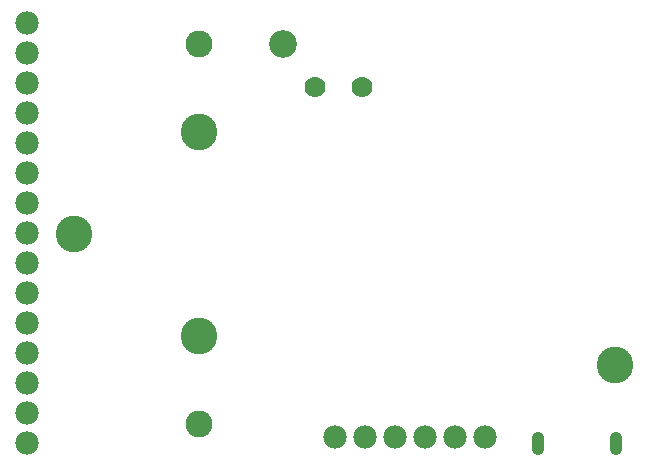
<source format=gbr>
G04 EAGLE Gerber RS-274X export*
G75*
%MOMM*%
%FSLAX34Y34*%
%LPD*%
%INSoldermask Bottom*%
%IPPOS*%
%AMOC8*
5,1,8,0,0,1.08239X$1,22.5*%
G01*
%ADD10C,3.101600*%
%ADD11C,1.981200*%
%ADD12C,1.778000*%
%ADD13C,2.286000*%
%ADD14C,2.351600*%
%ADD15C,0.601600*%
%ADD16C,1.001600*%


D10*
X517800Y81300D03*
X60000Y192500D03*
D11*
X281000Y20000D03*
X306400Y20000D03*
X331800Y20000D03*
X357200Y20000D03*
X382600Y20000D03*
X408000Y20000D03*
X20200Y91500D03*
X20200Y116900D03*
X20200Y142300D03*
X20200Y167700D03*
X20200Y193100D03*
X20200Y218500D03*
X20200Y243900D03*
X20200Y269300D03*
X20200Y294700D03*
X20200Y320100D03*
X20200Y345500D03*
X20200Y370900D03*
X20000Y15000D03*
X20000Y40400D03*
X20000Y65800D03*
D12*
X303800Y316300D03*
X263800Y316300D03*
D13*
X165800Y31650D03*
X165800Y352950D03*
D10*
X165800Y105700D03*
X165800Y278900D03*
D14*
X236900Y352950D03*
D15*
X452800Y14800D03*
X518800Y14800D03*
D16*
X452800Y10300D02*
X452800Y19300D01*
X518800Y19300D02*
X518800Y10300D01*
M02*

</source>
